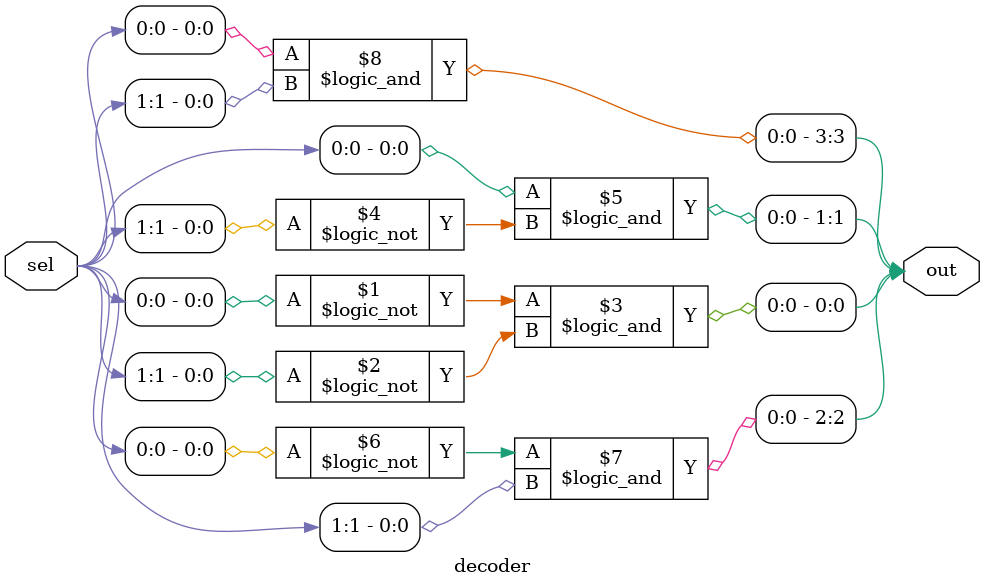
<source format=sv>
module decoder(
 input  logic[1:0] sel,
 output logic[3:0] out
);
 assign out[0] = (!sel[0]) && (!sel[1]);
 assign out[1] = (sel[0]) && (!sel[1]);
 assign out[2] = (!sel[0]) && (sel[1]);
 assign out[3] = (sel[0]) && (sel[1]);
endmodule
</source>
